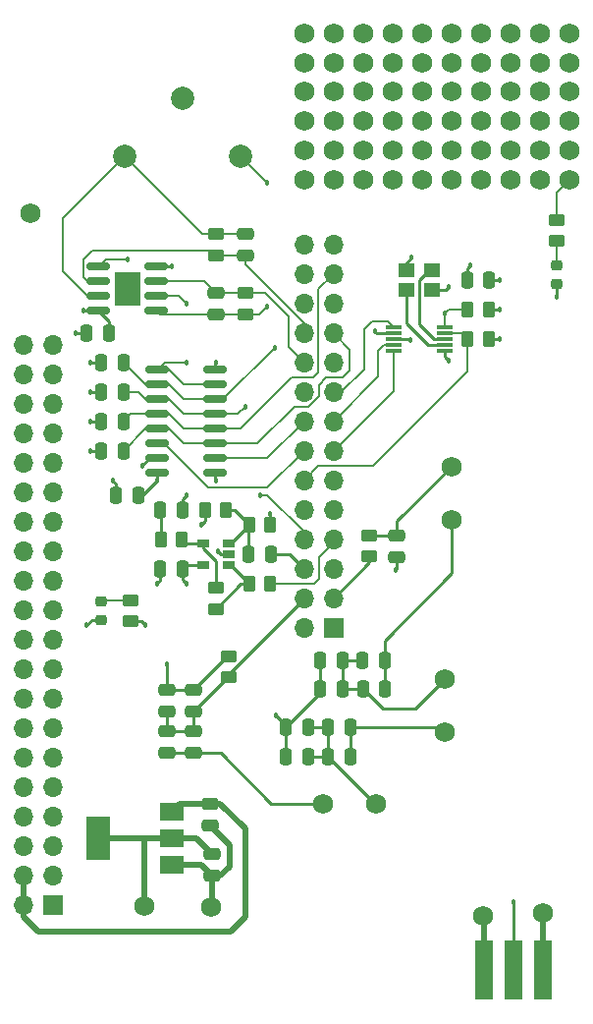
<source format=gtl>
G04 #@! TF.GenerationSoftware,KiCad,Pcbnew,(6.0.11)*
G04 #@! TF.CreationDate,2025-01-10T09:31:50+11:00*
G04 #@! TF.ProjectId,bbb,6262622e-6b69-4636-9164-5f7063625858,rev?*
G04 #@! TF.SameCoordinates,Original*
G04 #@! TF.FileFunction,Copper,L1,Top*
G04 #@! TF.FilePolarity,Positive*
%FSLAX46Y46*%
G04 Gerber Fmt 4.6, Leading zero omitted, Abs format (unit mm)*
G04 Created by KiCad (PCBNEW (6.0.11)) date 2025-01-10 09:31:50*
%MOMM*%
%LPD*%
G01*
G04 APERTURE LIST*
G04 Aperture macros list*
%AMRoundRect*
0 Rectangle with rounded corners*
0 $1 Rounding radius*
0 $2 $3 $4 $5 $6 $7 $8 $9 X,Y pos of 4 corners*
0 Add a 4 corners polygon primitive as box body*
4,1,4,$2,$3,$4,$5,$6,$7,$8,$9,$2,$3,0*
0 Add four circle primitives for the rounded corners*
1,1,$1+$1,$2,$3*
1,1,$1+$1,$4,$5*
1,1,$1+$1,$6,$7*
1,1,$1+$1,$8,$9*
0 Add four rect primitives between the rounded corners*
20,1,$1+$1,$2,$3,$4,$5,0*
20,1,$1+$1,$4,$5,$6,$7,0*
20,1,$1+$1,$6,$7,$8,$9,0*
20,1,$1+$1,$8,$9,$2,$3,0*%
G04 Aperture macros list end*
G04 #@! TA.AperFunction,ComponentPad*
%ADD10C,1.727200*%
G04 #@! TD*
G04 #@! TA.AperFunction,ComponentPad*
%ADD11C,2.006600*%
G04 #@! TD*
G04 #@! TA.AperFunction,SMDPad,CuDef*
%ADD12R,1.524000X5.080000*%
G04 #@! TD*
G04 #@! TA.AperFunction,SMDPad,CuDef*
%ADD13RoundRect,0.249998X-0.450002X0.262502X-0.450002X-0.262502X0.450002X-0.262502X0.450002X0.262502X0*%
G04 #@! TD*
G04 #@! TA.AperFunction,SMDPad,CuDef*
%ADD14RoundRect,0.218750X0.256250X-0.218750X0.256250X0.218750X-0.256250X0.218750X-0.256250X-0.218750X0*%
G04 #@! TD*
G04 #@! TA.AperFunction,ComponentPad*
%ADD15O,1.700000X1.700000*%
G04 #@! TD*
G04 #@! TA.AperFunction,ComponentPad*
%ADD16R,1.700000X1.700000*%
G04 #@! TD*
G04 #@! TA.AperFunction,SMDPad,CuDef*
%ADD17RoundRect,0.249998X0.450002X-0.262502X0.450002X0.262502X-0.450002X0.262502X-0.450002X-0.262502X0*%
G04 #@! TD*
G04 #@! TA.AperFunction,SMDPad,CuDef*
%ADD18R,1.060000X0.650000*%
G04 #@! TD*
G04 #@! TA.AperFunction,SMDPad,CuDef*
%ADD19RoundRect,0.250000X0.250000X0.475000X-0.250000X0.475000X-0.250000X-0.475000X0.250000X-0.475000X0*%
G04 #@! TD*
G04 #@! TA.AperFunction,SMDPad,CuDef*
%ADD20R,1.400000X0.300000*%
G04 #@! TD*
G04 #@! TA.AperFunction,SMDPad,CuDef*
%ADD21R,1.400000X1.200000*%
G04 #@! TD*
G04 #@! TA.AperFunction,SMDPad,CuDef*
%ADD22RoundRect,0.250000X-0.250000X-0.475000X0.250000X-0.475000X0.250000X0.475000X-0.250000X0.475000X0*%
G04 #@! TD*
G04 #@! TA.AperFunction,SMDPad,CuDef*
%ADD23RoundRect,0.250000X0.475000X-0.250000X0.475000X0.250000X-0.475000X0.250000X-0.475000X-0.250000X0*%
G04 #@! TD*
G04 #@! TA.AperFunction,SMDPad,CuDef*
%ADD24RoundRect,0.250000X-0.475000X0.250000X-0.475000X-0.250000X0.475000X-0.250000X0.475000X0.250000X0*%
G04 #@! TD*
G04 #@! TA.AperFunction,SMDPad,CuDef*
%ADD25RoundRect,0.249998X-0.262502X-0.450002X0.262502X-0.450002X0.262502X0.450002X-0.262502X0.450002X0*%
G04 #@! TD*
G04 #@! TA.AperFunction,SMDPad,CuDef*
%ADD26RoundRect,0.249998X0.262502X0.450002X-0.262502X0.450002X-0.262502X-0.450002X0.262502X-0.450002X0*%
G04 #@! TD*
G04 #@! TA.AperFunction,SMDPad,CuDef*
%ADD27RoundRect,0.150000X0.825000X0.150000X-0.825000X0.150000X-0.825000X-0.150000X0.825000X-0.150000X0*%
G04 #@! TD*
G04 #@! TA.AperFunction,SMDPad,CuDef*
%ADD28R,2.290000X3.000000*%
G04 #@! TD*
G04 #@! TA.AperFunction,SMDPad,CuDef*
%ADD29RoundRect,0.249999X-0.450001X0.262501X-0.450001X-0.262501X0.450001X-0.262501X0.450001X0.262501X0*%
G04 #@! TD*
G04 #@! TA.AperFunction,SMDPad,CuDef*
%ADD30R,2.000000X3.800000*%
G04 #@! TD*
G04 #@! TA.AperFunction,SMDPad,CuDef*
%ADD31R,2.000000X1.500000*%
G04 #@! TD*
G04 #@! TA.AperFunction,ViaPad*
%ADD32C,1.727200*%
G04 #@! TD*
G04 #@! TA.AperFunction,ViaPad*
%ADD33C,0.457200*%
G04 #@! TD*
G04 #@! TA.AperFunction,Conductor*
%ADD34C,0.508000*%
G04 #@! TD*
G04 #@! TA.AperFunction,Conductor*
%ADD35C,0.152400*%
G04 #@! TD*
G04 #@! TA.AperFunction,Conductor*
%ADD36C,0.127000*%
G04 #@! TD*
G04 #@! TA.AperFunction,Conductor*
%ADD37C,0.254000*%
G04 #@! TD*
G04 #@! TA.AperFunction,Conductor*
%ADD38C,0.762000*%
G04 #@! TD*
G04 #@! TA.AperFunction,Conductor*
%ADD39C,0.250000*%
G04 #@! TD*
G04 APERTURE END LIST*
D10*
X140741400Y-126250700D03*
X145313400Y-126250700D03*
X151841200Y-101714300D03*
X151841200Y-97142300D03*
X151231600Y-120002300D03*
X151231600Y-115430300D03*
D11*
X128629400Y-65415800D03*
X133629400Y-70415800D03*
X123629400Y-70415800D03*
D12*
X154635200Y-140538200D03*
X157175200Y-140538200D03*
X159715200Y-140538200D03*
D13*
X160845500Y-75897100D03*
X160845500Y-77722100D03*
D14*
X160845500Y-81407100D03*
X160845500Y-79832100D03*
D15*
X114947700Y-86690200D03*
X117487700Y-86690200D03*
X114947700Y-89230200D03*
X117487700Y-89230200D03*
X114947700Y-91770200D03*
X117487700Y-91770200D03*
X114947700Y-94310200D03*
X117487700Y-94310200D03*
X114947700Y-96850200D03*
X117487700Y-96850200D03*
X114947700Y-99390200D03*
X117487700Y-99390200D03*
X114947700Y-101930200D03*
X117487700Y-101930200D03*
X114947700Y-104470200D03*
X117487700Y-104470200D03*
X114947700Y-107010200D03*
X117487700Y-107010200D03*
X114947700Y-109550200D03*
X117487700Y-109550200D03*
X114947700Y-112090200D03*
X117487700Y-112090200D03*
X114947700Y-114630200D03*
X117487700Y-114630200D03*
X114947700Y-117170200D03*
X117487700Y-117170200D03*
X114947700Y-119710200D03*
X117487700Y-119710200D03*
X114947700Y-122250200D03*
X117487700Y-122250200D03*
X114947700Y-124790200D03*
X117487700Y-124790200D03*
X114947700Y-127330200D03*
X117487700Y-127330200D03*
X114947700Y-129870200D03*
X117487700Y-129870200D03*
X114947700Y-132410200D03*
X117487700Y-132410200D03*
X114947700Y-134950200D03*
D16*
X117487700Y-134950200D03*
D17*
X124180600Y-108663100D03*
X124180600Y-110488100D03*
D14*
X121640600Y-108788100D03*
X121640600Y-110363100D03*
D18*
X130370400Y-105648800D03*
X130370400Y-103748800D03*
X132570400Y-103748800D03*
X132570400Y-104698800D03*
X132570400Y-105648800D03*
D19*
X134330400Y-104698800D03*
X136230400Y-104698800D03*
X126710400Y-100888800D03*
X128610400Y-100888800D03*
D20*
X151221800Y-87144100D03*
X151221800Y-86644100D03*
X151221800Y-86144100D03*
X151221800Y-85644100D03*
X151221800Y-85144100D03*
X146821800Y-85144100D03*
X146821800Y-85644100D03*
X146821800Y-86144100D03*
X146821800Y-86644100D03*
X146821800Y-87144100D03*
D21*
X147921800Y-80214100D03*
X150121800Y-80214100D03*
X150121800Y-81914100D03*
X147921800Y-81914100D03*
D22*
X126710400Y-105968800D03*
X128610400Y-105968800D03*
D19*
X155051800Y-81064100D03*
X153151800Y-81064100D03*
X122900400Y-99618800D03*
X124800400Y-99618800D03*
X121630400Y-93268800D03*
X123530400Y-93268800D03*
X123530400Y-90728800D03*
X121630400Y-90728800D03*
X121630400Y-88188800D03*
X123530400Y-88188800D03*
X120360400Y-85648800D03*
X122260400Y-85648800D03*
X123530400Y-95808800D03*
X121630400Y-95808800D03*
D23*
X131470400Y-82158800D03*
X131470400Y-84058800D03*
D24*
X134010400Y-77078800D03*
X134010400Y-78978800D03*
D25*
X130557900Y-100888800D03*
X132382900Y-100888800D03*
D26*
X128572900Y-103428800D03*
X126747900Y-103428800D03*
D25*
X136192900Y-102158800D03*
X134367900Y-102158800D03*
D17*
X131470400Y-109421300D03*
X131470400Y-107596300D03*
D25*
X153189300Y-86144100D03*
X155014300Y-86144100D03*
X155014300Y-83604100D03*
X153189300Y-83604100D03*
D26*
X134367900Y-107238800D03*
X136192900Y-107238800D03*
D17*
X134010400Y-82196300D03*
X134010400Y-84021300D03*
D13*
X131470400Y-77116300D03*
X131470400Y-78941300D03*
D27*
X131405400Y-97713800D03*
X131405400Y-96443800D03*
X131405400Y-95173800D03*
X131405400Y-93903800D03*
X131405400Y-92633800D03*
X131405400Y-91363800D03*
X131405400Y-90093800D03*
X131405400Y-88823800D03*
X126455400Y-88823800D03*
X126455400Y-90093800D03*
X126455400Y-91363800D03*
X126455400Y-92633800D03*
X126455400Y-93903800D03*
X126455400Y-95173800D03*
X126455400Y-96443800D03*
X126455400Y-97713800D03*
X126325400Y-83743800D03*
X126325400Y-82473800D03*
X126325400Y-81203800D03*
X126325400Y-79933800D03*
X121375400Y-79933800D03*
X121375400Y-81203800D03*
X121375400Y-82473800D03*
X121375400Y-83743800D03*
D28*
X123850400Y-81838800D03*
D16*
X141630400Y-111048800D03*
D15*
X139090400Y-111048800D03*
X141630400Y-108508800D03*
X139090400Y-108508800D03*
X141630400Y-105968800D03*
X139090400Y-105968800D03*
X141630400Y-103428800D03*
X139090400Y-103428800D03*
X141630400Y-100888800D03*
X139090400Y-100888800D03*
X141630400Y-98348800D03*
X139090400Y-98348800D03*
X141630400Y-95808800D03*
X139090400Y-95808800D03*
X141630400Y-93268800D03*
X139090400Y-93268800D03*
X141630400Y-90728800D03*
X139090400Y-90728800D03*
X141630400Y-88188800D03*
X139090400Y-88188800D03*
X141630400Y-85648800D03*
X139090400Y-85648800D03*
X141630400Y-83108800D03*
X139090400Y-83108800D03*
X141630400Y-80568800D03*
X139090400Y-80568800D03*
X141630400Y-78028800D03*
X139090400Y-78028800D03*
D24*
X131013200Y-128115100D03*
X131013200Y-126215100D03*
X131140200Y-132433100D03*
X131140200Y-130533100D03*
D19*
X146098300Y-116281200D03*
X144198300Y-116281200D03*
X144137300Y-113868200D03*
X146037300Y-113868200D03*
D24*
X147116800Y-104975700D03*
X147116800Y-103075700D03*
D19*
X140515300Y-116281200D03*
X142415300Y-116281200D03*
X142415300Y-113868200D03*
X140515300Y-113868200D03*
X141165500Y-122161300D03*
X143065500Y-122161300D03*
X143065500Y-119621300D03*
X141165500Y-119621300D03*
X139443500Y-122161300D03*
X137543500Y-122161300D03*
X139443500Y-119621300D03*
X137543500Y-119621300D03*
D23*
X129565400Y-121854000D03*
X129565400Y-119954000D03*
X127279400Y-121854000D03*
X127279400Y-119954000D03*
X129565400Y-118298000D03*
X129565400Y-116398000D03*
X127279400Y-116398000D03*
X127279400Y-118298000D03*
D29*
X144729200Y-104912800D03*
X144729200Y-103087800D03*
X132588000Y-113489100D03*
X132588000Y-115314100D03*
D30*
X121386200Y-129197100D03*
D31*
X127686200Y-129197100D03*
X127686200Y-126897100D03*
X127686200Y-131497100D03*
D32*
X151790400Y-72440800D03*
X154330400Y-72440800D03*
X141630400Y-72440800D03*
X154330400Y-64820800D03*
X149250400Y-67360800D03*
X151790400Y-69900800D03*
X144170400Y-72440800D03*
X151790400Y-64820800D03*
X159410400Y-64820800D03*
X154330400Y-69900800D03*
X156870400Y-67360800D03*
X154330400Y-67360800D03*
X144170400Y-64820800D03*
X159410400Y-72440800D03*
X146710400Y-64820800D03*
X144170400Y-69900800D03*
X149250400Y-69900800D03*
X156870400Y-69900800D03*
X156870400Y-72440800D03*
X144170400Y-67360800D03*
X159410400Y-67360800D03*
X159410400Y-69900800D03*
X161950400Y-69900800D03*
X151790400Y-67360800D03*
X141630400Y-64820800D03*
X141630400Y-67360800D03*
X161950400Y-64820800D03*
X161950400Y-67360800D03*
X139090400Y-69900800D03*
X139090400Y-64820800D03*
X146710400Y-72440800D03*
X146710400Y-69900800D03*
X146710400Y-67360800D03*
X156870400Y-64820800D03*
X139090400Y-72440800D03*
X139090400Y-67360800D03*
X141630400Y-69900800D03*
X149250400Y-64820800D03*
X149250400Y-59867800D03*
X159410400Y-59867800D03*
X139090400Y-59867800D03*
X144170400Y-62407800D03*
X149250400Y-62407800D03*
X156870400Y-62407800D03*
X141630400Y-62407800D03*
X151790400Y-59867800D03*
X161950400Y-62407800D03*
X141630400Y-59867800D03*
X146710400Y-59867800D03*
X161950400Y-59867800D03*
X156870400Y-59867800D03*
X139090400Y-62407800D03*
X159410400Y-62407800D03*
X154330400Y-62407800D03*
X151790400Y-62407800D03*
X146710400Y-62407800D03*
X144170400Y-59867800D03*
X154330400Y-59867800D03*
X149250400Y-72440800D03*
X125285500Y-135051800D03*
D33*
X128930400Y-107238800D03*
X125450600Y-110845600D03*
X136192900Y-101246300D03*
X126390400Y-98348800D03*
X120040400Y-83743800D03*
X156006800Y-86144100D03*
X156006800Y-83604100D03*
X156006800Y-81064100D03*
X151561800Y-88049100D03*
X145211800Y-85509100D03*
X160845500Y-82562700D03*
D32*
X131114800Y-135128000D03*
D33*
X126390400Y-107238800D03*
X131709709Y-104459491D03*
X130200400Y-102158800D03*
X128930400Y-99618800D03*
X131470400Y-98348800D03*
X131470400Y-88188800D03*
X125120400Y-97078800D03*
X122580400Y-98348800D03*
X120370600Y-110845600D03*
X119405400Y-85648800D03*
X120675400Y-88188800D03*
X120675400Y-90728800D03*
X120675400Y-93268800D03*
X120675400Y-95808800D03*
X127660400Y-79933800D03*
X153466800Y-79794100D03*
X151561800Y-81699100D03*
X148386800Y-79159100D03*
X148272490Y-86258410D03*
X127241300Y-114185700D03*
X146964400Y-106083100D03*
X136690100Y-118605300D03*
D32*
X115481100Y-75349100D03*
X154520900Y-135826500D03*
X159664400Y-135648700D03*
D33*
X123850400Y-79298800D03*
X135915400Y-83362800D03*
X135915400Y-72694800D03*
X128930400Y-88188800D03*
X135280400Y-99618800D03*
X151231600Y-83947000D03*
X134010400Y-91998800D03*
X136550400Y-86918800D03*
X128930400Y-83108800D03*
D32*
X161950400Y-72440800D03*
D33*
X157187900Y-134645400D03*
D34*
X132795100Y-137207400D02*
X134020100Y-135982400D01*
X116220100Y-137207400D02*
X132795100Y-137207400D01*
X114947700Y-135935000D02*
X116220100Y-137207400D01*
X114947700Y-134950200D02*
X114947700Y-135935000D01*
X134020100Y-135982400D02*
X134020100Y-128357400D01*
X134020100Y-128357400D02*
X131877800Y-126215100D01*
X131877800Y-126215100D02*
X131013200Y-126215100D01*
D35*
X139963700Y-107238800D02*
X136192900Y-107238800D01*
X140370100Y-106832400D02*
X139963700Y-107238800D01*
X140370100Y-104982400D02*
X140370100Y-106832400D01*
X141630400Y-103428800D02*
X141630400Y-103722100D01*
X141630400Y-103722100D02*
X140370100Y-104982400D01*
D36*
X120040400Y-80843800D02*
X120400400Y-81203800D01*
X120400400Y-81203800D02*
X121375400Y-81203800D01*
X120831800Y-78507400D02*
X120040400Y-79298800D01*
X131036500Y-78507400D02*
X120831800Y-78507400D01*
X120040400Y-79298800D02*
X120040400Y-80843800D01*
X131470400Y-78941300D02*
X131036500Y-78507400D01*
D37*
X139090400Y-108508800D02*
X133615000Y-113984200D01*
X133270600Y-114328600D02*
X132588000Y-115011200D01*
X133615000Y-113984200D02*
X133615000Y-113990602D01*
X133615000Y-113990602D02*
X133277002Y-114328600D01*
X133277002Y-114328600D02*
X133270600Y-114328600D01*
X132588000Y-115011200D02*
X132588000Y-115314100D01*
X136192900Y-101246300D02*
X136192900Y-102158800D01*
D36*
X134010400Y-79747700D02*
X134010400Y-78978800D01*
X139090400Y-84827700D02*
X134010400Y-79747700D01*
X139090400Y-85648800D02*
X139090400Y-84827700D01*
X143045100Y-87063500D02*
X141630400Y-85648800D01*
X143045100Y-88857400D02*
X143045100Y-87063500D01*
X142420100Y-89482400D02*
X143045100Y-88857400D01*
X140395100Y-90107400D02*
X141020100Y-89482400D01*
X140395100Y-91062400D02*
X140395100Y-90107400D01*
X141020100Y-89482400D02*
X142420100Y-89482400D01*
X138270100Y-91982400D02*
X139475100Y-91982400D01*
X135078700Y-95173800D02*
X138270100Y-91982400D01*
X131405400Y-95173800D02*
X135078700Y-95173800D01*
X139475100Y-91982400D02*
X140395100Y-91062400D01*
X142298700Y-90728800D02*
X141630400Y-90728800D01*
X144270100Y-85345900D02*
X144270100Y-88757400D01*
X144270100Y-88757400D02*
X142298700Y-90728800D01*
X144970500Y-84645500D02*
X144270100Y-85345900D01*
X146323200Y-84645500D02*
X144970500Y-84645500D01*
X146821800Y-85144100D02*
X146323200Y-84645500D01*
X145994800Y-86644100D02*
X146821800Y-86644100D01*
X145495100Y-87143800D02*
X145994800Y-86644100D01*
X145495100Y-89404100D02*
X145495100Y-87143800D01*
X141630400Y-93268800D02*
X145495100Y-89404100D01*
X137745100Y-86843500D02*
X139090400Y-88188800D01*
X135734000Y-82196300D02*
X137745100Y-84207400D01*
X134010400Y-82196300D02*
X135734000Y-82196300D01*
X137745100Y-84207400D02*
X137745100Y-86843500D01*
X140320100Y-89082400D02*
X140320100Y-81879100D01*
X139895100Y-89507400D02*
X140320100Y-89082400D01*
X133629400Y-93903800D02*
X138025800Y-89507400D01*
X131405400Y-93903800D02*
X133629400Y-93903800D01*
X138025800Y-89507400D02*
X139895100Y-89507400D01*
X140320100Y-81879100D02*
X141630400Y-80568800D01*
D35*
X145070100Y-97107400D02*
X153189300Y-88988200D01*
X140331800Y-97107400D02*
X145070100Y-97107400D01*
X139090400Y-98348800D02*
X140331800Y-97107400D01*
X153189300Y-88988200D02*
X153189300Y-86144100D01*
D37*
X122260400Y-84628800D02*
X121375400Y-83743800D01*
X122260400Y-85648800D02*
X122260400Y-84628800D01*
X128610400Y-105968800D02*
X128610400Y-106918800D01*
X128610400Y-106918800D02*
X128930400Y-107238800D01*
X128930400Y-105648800D02*
X128610400Y-105968800D01*
X130370400Y-105648800D02*
X128930400Y-105648800D01*
X124180600Y-110488100D02*
X125093100Y-110488100D01*
X125093100Y-110488100D02*
X125450600Y-110845600D01*
X126455400Y-97713800D02*
X126455400Y-98283800D01*
X126455400Y-98283800D02*
X126390400Y-98348800D01*
X125120400Y-99618800D02*
X126390400Y-98348800D01*
X124800400Y-99618800D02*
X125120400Y-99618800D01*
X121375400Y-83743800D02*
X120040400Y-83743800D01*
X155014300Y-86144100D02*
X156006800Y-86144100D01*
X155014300Y-83604100D02*
X156006800Y-83604100D01*
X155051800Y-81064100D02*
X156006800Y-81064100D01*
X151221800Y-87144100D02*
X151221800Y-87709100D01*
X151221800Y-87709100D02*
X151561800Y-88049100D01*
X146821800Y-85644100D02*
X145346800Y-85644100D01*
X145346800Y-85644100D02*
X145211800Y-85509100D01*
D38*
X131201200Y-130594100D02*
X131140200Y-130533100D01*
D34*
X121386200Y-129197100D02*
X125298200Y-129197100D01*
X125298200Y-129197100D02*
X127686200Y-129197100D01*
X129804200Y-129197100D02*
X131140200Y-130533100D01*
X127686200Y-129197100D02*
X129804200Y-129197100D01*
X125285500Y-129209800D02*
X125298200Y-129197100D01*
X125285500Y-135051800D02*
X125285500Y-129209800D01*
D37*
X160845500Y-81407100D02*
X160845500Y-82524600D01*
X128967900Y-101246300D02*
X128610400Y-100888800D01*
X126710400Y-105501300D02*
X126710400Y-105968800D01*
X126710400Y-105968800D02*
X126710400Y-106918800D01*
X126710400Y-106918800D02*
X126390400Y-107238800D01*
X132570400Y-104698800D02*
X131949018Y-104698800D01*
X131949018Y-104698800D02*
X131709709Y-104459491D01*
X130557900Y-100888800D02*
X130557900Y-101801300D01*
X130557900Y-101801300D02*
X130200400Y-102158800D01*
X128610400Y-100888800D02*
X128610400Y-99938800D01*
X128610400Y-99938800D02*
X128930400Y-99618800D01*
X131405400Y-97713800D02*
X131405400Y-98283800D01*
X131405400Y-98283800D02*
X131470400Y-98348800D01*
X131405400Y-88823800D02*
X131405400Y-88253800D01*
X131405400Y-88253800D02*
X131470400Y-88188800D01*
X126455400Y-96443800D02*
X125755400Y-96443800D01*
X125755400Y-96443800D02*
X125120400Y-97078800D01*
X122900400Y-99618800D02*
X122900400Y-98668800D01*
X122900400Y-98668800D02*
X122580400Y-98348800D01*
X121640600Y-110363100D02*
X120853100Y-110363100D01*
X120853100Y-110363100D02*
X120370600Y-110845600D01*
X120360400Y-85648800D02*
X119405400Y-85648800D01*
X121630400Y-88188800D02*
X120675400Y-88188800D01*
X121630400Y-90728800D02*
X120675400Y-90728800D01*
X121630400Y-93268800D02*
X120675400Y-93268800D01*
X121630400Y-95808800D02*
X120675400Y-95808800D01*
X126325400Y-79933800D02*
X127660400Y-79933800D01*
X153151800Y-81064100D02*
X153151800Y-80109100D01*
X153151800Y-80109100D02*
X153466800Y-79794100D01*
X150121800Y-81914100D02*
X151346800Y-81914100D01*
X151346800Y-81914100D02*
X151561800Y-81699100D01*
X147921800Y-80214100D02*
X147921800Y-79624100D01*
X147921800Y-79624100D02*
X148386800Y-79159100D01*
X146821800Y-86144100D02*
X148158180Y-86144100D01*
X148158180Y-86144100D02*
X148272490Y-86258410D01*
X140515300Y-113868200D02*
X140515300Y-116281200D01*
X140261300Y-116535200D02*
X140515300Y-116281200D01*
X137543500Y-122161300D02*
X137543500Y-119621300D01*
X127279400Y-116398000D02*
X129565400Y-116398000D01*
X140637300Y-113868200D02*
X140515300Y-113868200D01*
X137289500Y-119875300D02*
X137543500Y-119621300D01*
D34*
X130204200Y-131497100D02*
X131140200Y-132433100D01*
X127686200Y-131497100D02*
X130204200Y-131497100D01*
X131013200Y-128115100D02*
X132689600Y-129791500D01*
X132689600Y-129791500D02*
X132689600Y-131622800D01*
X131879300Y-132433100D02*
X131140200Y-132433100D01*
X132689600Y-131622800D02*
X131879300Y-132433100D01*
X131140200Y-135102600D02*
X131114800Y-135128000D01*
X131140200Y-132433100D02*
X131140200Y-135102600D01*
D37*
X132474300Y-113489100D02*
X129565400Y-116398000D01*
X132588000Y-113489100D02*
X132474300Y-113489100D01*
X127279400Y-114223800D02*
X127241300Y-114185700D01*
X127279400Y-116398000D02*
X127279400Y-114223800D01*
X140515300Y-116649500D02*
X140515300Y-116281200D01*
X137543500Y-119621300D02*
X140515300Y-116649500D01*
X147116800Y-104975700D02*
X147116800Y-105930700D01*
X147116800Y-105930700D02*
X146964400Y-106083100D01*
X137543500Y-119621300D02*
X137543500Y-119458700D01*
X137543500Y-119458700D02*
X136690100Y-118605300D01*
D34*
X159715200Y-135699500D02*
X159664400Y-135648700D01*
X159715200Y-140538200D02*
X159715200Y-135699500D01*
X154635200Y-135940800D02*
X154520900Y-135826500D01*
X154635200Y-140538200D02*
X154635200Y-135940800D01*
D36*
X126747900Y-100926300D02*
X126710400Y-100888800D01*
D37*
X126747900Y-103428800D02*
X126747900Y-100926300D01*
X134330400Y-104698800D02*
X134330400Y-102196300D01*
X133097900Y-100888800D02*
X134367900Y-102158800D01*
X132382900Y-100888800D02*
X133097900Y-100888800D01*
X132777900Y-103748800D02*
X134367900Y-102158800D01*
X132570400Y-103748800D02*
X132777900Y-103748800D01*
X137820400Y-104698800D02*
X139090400Y-105968800D01*
X136230400Y-104698800D02*
X137820400Y-104698800D01*
D36*
X121375400Y-79933800D02*
X122010400Y-79298800D01*
X122010400Y-79298800D02*
X123850400Y-79298800D01*
X131507900Y-82196300D02*
X131470400Y-82158800D01*
X134010400Y-82196300D02*
X131507900Y-82196300D01*
X130515400Y-81203800D02*
X126325400Y-81203800D01*
X131470400Y-82158800D02*
X130515400Y-81203800D01*
X131507900Y-84021300D02*
X131470400Y-84058800D01*
X134010400Y-84021300D02*
X131507900Y-84021300D01*
X126640400Y-84058800D02*
X126325400Y-83743800D01*
X131470400Y-84058800D02*
X126640400Y-84058800D01*
X134010400Y-84021300D02*
X135256900Y-84021300D01*
X135256900Y-84021300D02*
X135915400Y-83362800D01*
X133636400Y-70415800D02*
X133629400Y-70415800D01*
X135915400Y-72694800D02*
X133636400Y-70415800D01*
X131470400Y-77116300D02*
X133972900Y-77116300D01*
X130329900Y-77116300D02*
X123629400Y-70415800D01*
X131470400Y-77116300D02*
X130329900Y-77116300D01*
X120400400Y-82473800D02*
X118262400Y-80335800D01*
X121375400Y-82473800D02*
X120400400Y-82473800D01*
X118262400Y-75782800D02*
X123629400Y-70415800D01*
X118262400Y-80335800D02*
X118262400Y-75782800D01*
X128700400Y-90093800D02*
X131405400Y-90093800D01*
X127430400Y-88823800D02*
X128700400Y-90093800D01*
X126455400Y-88823800D02*
X127430400Y-88823800D01*
X127090400Y-88188800D02*
X126455400Y-88823800D01*
X128930400Y-88188800D02*
X127090400Y-88188800D01*
X139090400Y-102770938D02*
X139090400Y-103428800D01*
X135938262Y-99618800D02*
X139090400Y-102770938D01*
X135280400Y-99618800D02*
X135938262Y-99618800D01*
X152689300Y-85644100D02*
X153189300Y-86144100D01*
X151221800Y-85644100D02*
X152689300Y-85644100D01*
D39*
X151221800Y-85144100D02*
X151649300Y-85144100D01*
D36*
X152831800Y-83604100D02*
X153010550Y-83782850D01*
X153189300Y-83604100D02*
X151561800Y-83604100D01*
X151221800Y-85144100D02*
X151221800Y-83944100D01*
X151561800Y-83604100D02*
X151221800Y-83944100D01*
X151218900Y-83947000D02*
X151221800Y-83944100D01*
X146821800Y-90617400D02*
X141630400Y-95808800D01*
X146821800Y-87144100D02*
X146821800Y-90617400D01*
X127025400Y-95173800D02*
X126455400Y-95173800D01*
X130835400Y-98983800D02*
X127025400Y-95173800D01*
X135915400Y-98983800D02*
X130835400Y-98983800D01*
X139090400Y-95808800D02*
X135915400Y-98983800D01*
X135915400Y-96443800D02*
X139090400Y-93268800D01*
X131405400Y-96443800D02*
X135915400Y-96443800D01*
D35*
X146821800Y-85144100D02*
X146624800Y-85144100D01*
D36*
X146742299Y-85064599D02*
X146821800Y-85144100D01*
X126455400Y-91363800D02*
X125435400Y-91363800D01*
X124800400Y-90728800D02*
X125435400Y-91363800D01*
X123530400Y-90728800D02*
X124800400Y-90728800D01*
X128700400Y-92633800D02*
X131405400Y-92633800D01*
X127430400Y-91363800D02*
X128700400Y-92633800D01*
X126455400Y-91363800D02*
X127430400Y-91363800D01*
X131405400Y-92633800D02*
X133375400Y-92633800D01*
X133375400Y-92633800D02*
X134010400Y-91998800D01*
X128700400Y-95173800D02*
X131405400Y-95173800D01*
X127430400Y-93903800D02*
X128700400Y-95173800D01*
X126455400Y-93903800D02*
X127430400Y-93903800D01*
X125435400Y-93903800D02*
X123530400Y-95808800D01*
X126455400Y-93903800D02*
X125435400Y-93903800D01*
X128700400Y-91363800D02*
X131405400Y-91363800D01*
X127430400Y-90093800D02*
X128700400Y-91363800D01*
X126455400Y-90093800D02*
X127430400Y-90093800D01*
X131405400Y-91363800D02*
X132105400Y-91363800D01*
X132105400Y-91363800D02*
X136550400Y-86918800D01*
X125435400Y-90093800D02*
X126455400Y-90093800D01*
X123530400Y-88188800D02*
X125435400Y-90093800D01*
X128700400Y-93903800D02*
X131405400Y-93903800D01*
X127430400Y-92633800D02*
X128700400Y-93903800D01*
X126455400Y-92633800D02*
X127430400Y-92633800D01*
X124165400Y-92633800D02*
X123530400Y-93268800D01*
X126455400Y-92633800D02*
X124165400Y-92633800D01*
D37*
X128892900Y-103748800D02*
X128572900Y-103428800D01*
X130370400Y-103748800D02*
X128892900Y-103748800D01*
D36*
X130370400Y-103767747D02*
X130370400Y-103748800D01*
D37*
X131470400Y-107596300D02*
X131470400Y-105333800D01*
X130370400Y-103748800D02*
X130370400Y-104233800D01*
X131470400Y-105333800D02*
X130370400Y-104233800D01*
X132777900Y-105648800D02*
X134367900Y-107238800D01*
X132570400Y-105648800D02*
X132777900Y-105648800D01*
X133652900Y-107238800D02*
X131470400Y-109421300D01*
X134367900Y-107238800D02*
X133652900Y-107238800D01*
X147921800Y-81914100D02*
X147921800Y-84790100D01*
X149775800Y-86644100D02*
X151221800Y-86644100D01*
X147921800Y-84790100D02*
X149775800Y-86644100D01*
X150271800Y-86144100D02*
X151221800Y-86144100D01*
X149021800Y-84894100D02*
X150271800Y-86144100D01*
D36*
X150121800Y-80214100D02*
X149871800Y-80214100D01*
D37*
X149021800Y-81064100D02*
X149021800Y-84894100D01*
X149871800Y-80214100D02*
X149021800Y-81064100D01*
D36*
X131507900Y-78978800D02*
X131470400Y-78941300D01*
X134010400Y-78978800D02*
X131507900Y-78978800D01*
X128295400Y-82473800D02*
X126325400Y-82473800D01*
X128930400Y-83108800D02*
X128295400Y-82473800D01*
X121765600Y-108663100D02*
X121640600Y-108788100D01*
X124180600Y-108663100D02*
X121765600Y-108663100D01*
X160845500Y-77722100D02*
X160845500Y-79832100D01*
X160869000Y-75920600D02*
X160845500Y-75897100D01*
X160845500Y-73545700D02*
X161950400Y-72440800D01*
X160845500Y-75897100D02*
X160845500Y-73545700D01*
D34*
X127725200Y-126897100D02*
X128407200Y-126215100D01*
X128407200Y-126215100D02*
X131013200Y-126215100D01*
X131015700Y-126212600D02*
X131013200Y-126215100D01*
X114947700Y-132410200D02*
X114947700Y-134950200D01*
D36*
X146037300Y-116220200D02*
X146098300Y-116281200D01*
D37*
X146037300Y-113868200D02*
X146037300Y-116220200D01*
X146037300Y-113868200D02*
X146037300Y-112128300D01*
X146037300Y-112128300D02*
X151853900Y-106311700D01*
X151841200Y-106299000D02*
X151853900Y-106311700D01*
X151841200Y-101714300D02*
X151841200Y-106299000D01*
X144137300Y-113868200D02*
X142415300Y-113868200D01*
X144198300Y-116281200D02*
X142415300Y-116281200D01*
X142415300Y-113868200D02*
X142415300Y-116281200D01*
X144198300Y-116281200D02*
X145900100Y-117983000D01*
X145900100Y-117983000D02*
X148678900Y-117983000D01*
X151231600Y-115430300D02*
X148678900Y-117983000D01*
X147304800Y-103263700D02*
X147116800Y-103075700D01*
X147104700Y-103087800D02*
X147116800Y-103075700D01*
X144729200Y-103087800D02*
X147104700Y-103087800D01*
X147116800Y-102158800D02*
X147116800Y-103075700D01*
X147116800Y-101866700D02*
X147116800Y-102158800D01*
X151841200Y-97142300D02*
X147116800Y-101866700D01*
X141165500Y-119621300D02*
X139443500Y-119621300D01*
X141165500Y-119621300D02*
X141165500Y-122161300D01*
X139443500Y-122161300D02*
X141165500Y-122161300D01*
X141224000Y-122161300D02*
X141165500Y-122161300D01*
X145254900Y-126250700D02*
X145313400Y-126250700D01*
X141165500Y-122161300D02*
X145254900Y-126250700D01*
D36*
X143192500Y-119748300D02*
X143065500Y-119621300D01*
D37*
X143065500Y-122161300D02*
X143065500Y-119621300D01*
X150850600Y-119621300D02*
X151231600Y-120002300D01*
X143065500Y-119621300D02*
X150850600Y-119621300D01*
X127279400Y-121854000D02*
X129565400Y-121854000D01*
X129565400Y-121854000D02*
X131887000Y-121854000D01*
X131887000Y-121854000D02*
X136283700Y-126250700D01*
X140741400Y-126250700D02*
X136283700Y-126250700D01*
X129565400Y-119954000D02*
X129565400Y-118298000D01*
X129565400Y-119954000D02*
X127279400Y-119954000D01*
X127279400Y-118298000D02*
X127279400Y-119954000D01*
X132549300Y-115314100D02*
X132588000Y-115314100D01*
X129565400Y-118298000D02*
X132549300Y-115314100D01*
X144729200Y-105410000D02*
X144729200Y-104912800D01*
X141630400Y-108508800D02*
X144729200Y-105410000D01*
X157175200Y-134658100D02*
X157187900Y-134645400D01*
X157175200Y-140538200D02*
X157175200Y-134658100D01*
M02*

</source>
